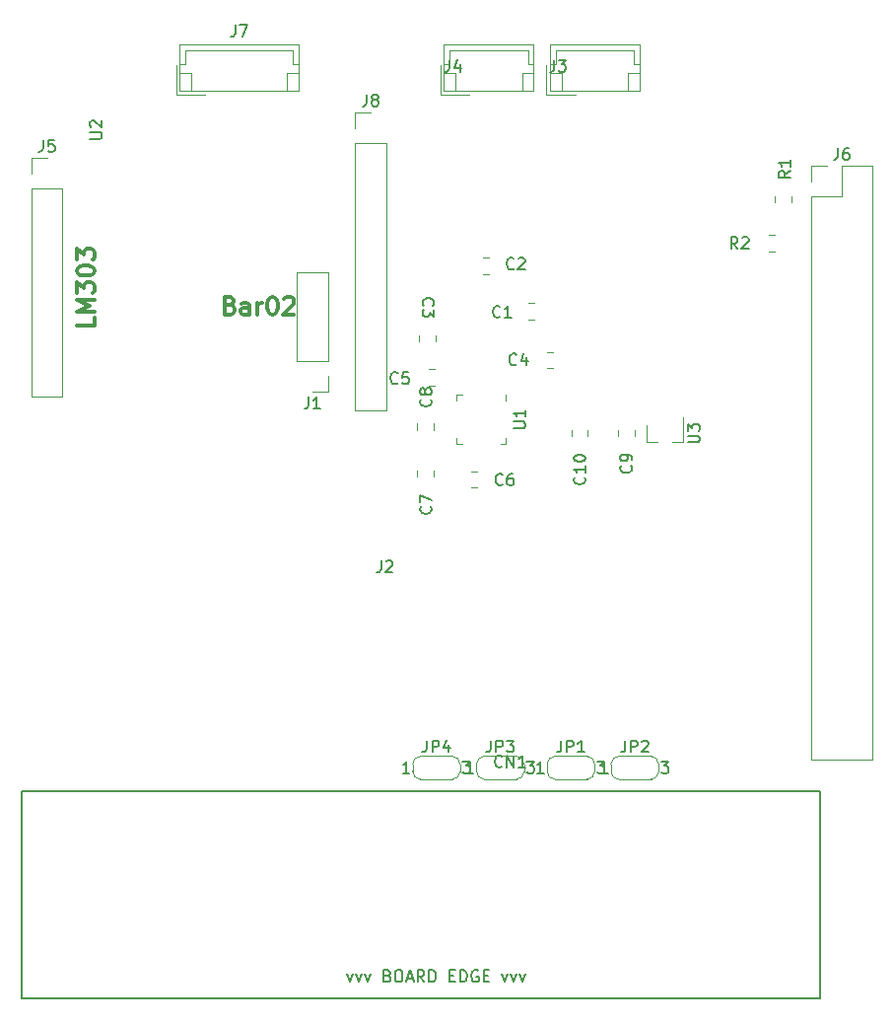
<source format=gbr>
G04 #@! TF.GenerationSoftware,KiCad,Pcbnew,(5.0.0)*
G04 #@! TF.CreationDate,2019-02-22T13:26:14-05:00*
G04 #@! TF.ProjectId,_saved_sensor_suite,5F73617665645F73656E736F725F7375,rev?*
G04 #@! TF.SameCoordinates,Original*
G04 #@! TF.FileFunction,Legend,Top*
G04 #@! TF.FilePolarity,Positive*
%FSLAX46Y46*%
G04 Gerber Fmt 4.6, Leading zero omitted, Abs format (unit mm)*
G04 Created by KiCad (PCBNEW (5.0.0)) date 02/22/19 13:26:14*
%MOMM*%
%LPD*%
G01*
G04 APERTURE LIST*
%ADD10C,0.300000*%
%ADD11C,0.120000*%
%ADD12C,0.150000*%
G04 APERTURE END LIST*
D10*
X133578571Y-95335714D02*
X133578571Y-96050000D01*
X132078571Y-96050000D01*
X133578571Y-94835714D02*
X132078571Y-94835714D01*
X133150000Y-94335714D01*
X132078571Y-93835714D01*
X133578571Y-93835714D01*
X132078571Y-93264285D02*
X132078571Y-92335714D01*
X132650000Y-92835714D01*
X132650000Y-92621428D01*
X132721428Y-92478571D01*
X132792857Y-92407142D01*
X132935714Y-92335714D01*
X133292857Y-92335714D01*
X133435714Y-92407142D01*
X133507142Y-92478571D01*
X133578571Y-92621428D01*
X133578571Y-93050000D01*
X133507142Y-93192857D01*
X133435714Y-93264285D01*
X132078571Y-91407142D02*
X132078571Y-91264285D01*
X132150000Y-91121428D01*
X132221428Y-91050000D01*
X132364285Y-90978571D01*
X132650000Y-90907142D01*
X133007142Y-90907142D01*
X133292857Y-90978571D01*
X133435714Y-91050000D01*
X133507142Y-91121428D01*
X133578571Y-91264285D01*
X133578571Y-91407142D01*
X133507142Y-91550000D01*
X133435714Y-91621428D01*
X133292857Y-91692857D01*
X133007142Y-91764285D01*
X132650000Y-91764285D01*
X132364285Y-91692857D01*
X132221428Y-91621428D01*
X132150000Y-91550000D01*
X132078571Y-91407142D01*
X132078571Y-90407142D02*
X132078571Y-89478571D01*
X132650000Y-89978571D01*
X132650000Y-89764285D01*
X132721428Y-89621428D01*
X132792857Y-89550000D01*
X132935714Y-89478571D01*
X133292857Y-89478571D01*
X133435714Y-89550000D01*
X133507142Y-89621428D01*
X133578571Y-89764285D01*
X133578571Y-90192857D01*
X133507142Y-90335714D01*
X133435714Y-90407142D01*
X145235714Y-94292857D02*
X145450000Y-94364285D01*
X145521428Y-94435714D01*
X145592857Y-94578571D01*
X145592857Y-94792857D01*
X145521428Y-94935714D01*
X145450000Y-95007142D01*
X145307142Y-95078571D01*
X144735714Y-95078571D01*
X144735714Y-93578571D01*
X145235714Y-93578571D01*
X145378571Y-93650000D01*
X145450000Y-93721428D01*
X145521428Y-93864285D01*
X145521428Y-94007142D01*
X145450000Y-94150000D01*
X145378571Y-94221428D01*
X145235714Y-94292857D01*
X144735714Y-94292857D01*
X146878571Y-95078571D02*
X146878571Y-94292857D01*
X146807142Y-94150000D01*
X146664285Y-94078571D01*
X146378571Y-94078571D01*
X146235714Y-94150000D01*
X146878571Y-95007142D02*
X146735714Y-95078571D01*
X146378571Y-95078571D01*
X146235714Y-95007142D01*
X146164285Y-94864285D01*
X146164285Y-94721428D01*
X146235714Y-94578571D01*
X146378571Y-94507142D01*
X146735714Y-94507142D01*
X146878571Y-94435714D01*
X147592857Y-95078571D02*
X147592857Y-94078571D01*
X147592857Y-94364285D02*
X147664285Y-94221428D01*
X147735714Y-94150000D01*
X147878571Y-94078571D01*
X148021428Y-94078571D01*
X148807142Y-93578571D02*
X148950000Y-93578571D01*
X149092857Y-93650000D01*
X149164285Y-93721428D01*
X149235714Y-93864285D01*
X149307142Y-94150000D01*
X149307142Y-94507142D01*
X149235714Y-94792857D01*
X149164285Y-94935714D01*
X149092857Y-95007142D01*
X148950000Y-95078571D01*
X148807142Y-95078571D01*
X148664285Y-95007142D01*
X148592857Y-94935714D01*
X148521428Y-94792857D01*
X148450000Y-94507142D01*
X148450000Y-94150000D01*
X148521428Y-93864285D01*
X148592857Y-93721428D01*
X148664285Y-93650000D01*
X148807142Y-93578571D01*
X149878571Y-93721428D02*
X149950000Y-93650000D01*
X150092857Y-93578571D01*
X150450000Y-93578571D01*
X150592857Y-93650000D01*
X150664285Y-93721428D01*
X150735714Y-93864285D01*
X150735714Y-94007142D01*
X150664285Y-94221428D01*
X149807142Y-95078571D01*
X150735714Y-95078571D01*
D11*
G04 #@! TO.C,J7*
X140890000Y-71890000D02*
X140890000Y-75910000D01*
X140890000Y-75910000D02*
X151110000Y-75910000D01*
X151110000Y-75910000D02*
X151110000Y-71890000D01*
X151110000Y-71890000D02*
X140890000Y-71890000D01*
X140890000Y-73600000D02*
X141390000Y-73600000D01*
X141390000Y-73600000D02*
X141390000Y-72390000D01*
X141390000Y-72390000D02*
X150610000Y-72390000D01*
X150610000Y-72390000D02*
X150610000Y-73600000D01*
X150610000Y-73600000D02*
X151110000Y-73600000D01*
X140890000Y-74410000D02*
X141890000Y-74410000D01*
X141890000Y-74410000D02*
X141890000Y-75910000D01*
X151110000Y-74410000D02*
X150110000Y-74410000D01*
X150110000Y-74410000D02*
X150110000Y-75910000D01*
X140590000Y-73710000D02*
X140590000Y-76210000D01*
X140590000Y-76210000D02*
X143090000Y-76210000D01*
G04 #@! TO.C,J8*
X155970000Y-103290000D02*
X158630000Y-103290000D01*
X155970000Y-80370000D02*
X155970000Y-103290000D01*
X158630000Y-80370000D02*
X158630000Y-103290000D01*
X155970000Y-80370000D02*
X158630000Y-80370000D01*
X155970000Y-79100000D02*
X155970000Y-77770000D01*
X155970000Y-77770000D02*
X157300000Y-77770000D01*
G04 #@! TO.C,J6*
X195170000Y-133290000D02*
X200370000Y-133290000D01*
X195170000Y-84970000D02*
X195170000Y-133290000D01*
X200370000Y-82370000D02*
X200370000Y-133290000D01*
X195170000Y-84970000D02*
X197770000Y-84970000D01*
X197770000Y-84970000D02*
X197770000Y-82370000D01*
X197770000Y-82370000D02*
X200370000Y-82370000D01*
X195170000Y-83700000D02*
X195170000Y-82370000D01*
X195170000Y-82370000D02*
X196500000Y-82370000D01*
G04 #@! TO.C,U1*
X168910000Y-105735000D02*
X168910000Y-106210000D01*
X168910000Y-106210000D02*
X168435000Y-106210000D01*
X164690000Y-102465000D02*
X164690000Y-101990000D01*
X164690000Y-101990000D02*
X165165000Y-101990000D01*
X164690000Y-105735000D02*
X164690000Y-106210000D01*
X164690000Y-106210000D02*
X165165000Y-106210000D01*
X168910000Y-102465000D02*
X168910000Y-101990000D01*
G04 #@! TO.C,U3*
X181020000Y-106060000D02*
X181950000Y-106060000D01*
X184180000Y-106060000D02*
X183250000Y-106060000D01*
X184180000Y-106060000D02*
X184180000Y-103900000D01*
X181020000Y-106060000D02*
X181020000Y-104600000D01*
G04 #@! TO.C,C9*
X179960000Y-105536252D02*
X179960000Y-105013748D01*
X178540000Y-105536252D02*
X178540000Y-105013748D01*
G04 #@! TO.C,JP1*
X172450000Y-133700000D02*
G75*
G02X173150000Y-133000000I700000J0D01*
G01*
X173150000Y-135000000D02*
G75*
G02X172450000Y-134300000I0J700000D01*
G01*
X176550000Y-134300000D02*
G75*
G02X175850000Y-135000000I-700000J0D01*
G01*
X175850000Y-133000000D02*
G75*
G02X176550000Y-133700000I0J-700000D01*
G01*
X173100000Y-133000000D02*
X175900000Y-133000000D01*
X176550000Y-133700000D02*
X176550000Y-134300000D01*
X175900000Y-135000000D02*
X173100000Y-135000000D01*
X172450000Y-134300000D02*
X172450000Y-133700000D01*
G04 #@! TO.C,JP2*
X177950000Y-133700000D02*
G75*
G02X178650000Y-133000000I700000J0D01*
G01*
X178650000Y-135000000D02*
G75*
G02X177950000Y-134300000I0J700000D01*
G01*
X182050000Y-134300000D02*
G75*
G02X181350000Y-135000000I-700000J0D01*
G01*
X181350000Y-133000000D02*
G75*
G02X182050000Y-133700000I0J-700000D01*
G01*
X178600000Y-133000000D02*
X181400000Y-133000000D01*
X182050000Y-133700000D02*
X182050000Y-134300000D01*
X181400000Y-135000000D02*
X178600000Y-135000000D01*
X177950000Y-134300000D02*
X177950000Y-133700000D01*
G04 #@! TO.C,JP3*
X166400000Y-133700000D02*
G75*
G02X167100000Y-133000000I700000J0D01*
G01*
X167100000Y-135000000D02*
G75*
G02X166400000Y-134300000I0J700000D01*
G01*
X170500000Y-134300000D02*
G75*
G02X169800000Y-135000000I-700000J0D01*
G01*
X169800000Y-133000000D02*
G75*
G02X170500000Y-133700000I0J-700000D01*
G01*
X167050000Y-133000000D02*
X169850000Y-133000000D01*
X170500000Y-133700000D02*
X170500000Y-134300000D01*
X169850000Y-135000000D02*
X167050000Y-135000000D01*
X166400000Y-134300000D02*
X166400000Y-133700000D01*
G04 #@! TO.C,JP4*
X160900000Y-133700000D02*
G75*
G02X161600000Y-133000000I700000J0D01*
G01*
X161600000Y-135000000D02*
G75*
G02X160900000Y-134300000I0J700000D01*
G01*
X165000000Y-134300000D02*
G75*
G02X164300000Y-135000000I-700000J0D01*
G01*
X164300000Y-133000000D02*
G75*
G02X165000000Y-133700000I0J-700000D01*
G01*
X161550000Y-133000000D02*
X164350000Y-133000000D01*
X165000000Y-133700000D02*
X165000000Y-134300000D01*
X164350000Y-135000000D02*
X161550000Y-135000000D01*
X160900000Y-134300000D02*
X160900000Y-133700000D01*
G04 #@! TO.C,R1*
X192040000Y-84963748D02*
X192040000Y-85486252D01*
X193460000Y-84963748D02*
X193460000Y-85486252D01*
G04 #@! TO.C,R2*
X192011252Y-88290000D02*
X191488748Y-88290000D01*
X192011252Y-89710000D02*
X191488748Y-89710000D01*
G04 #@! TO.C,C7*
X161290000Y-108513748D02*
X161290000Y-109036252D01*
X162710000Y-108513748D02*
X162710000Y-109036252D01*
G04 #@! TO.C,C8*
X161290000Y-104463748D02*
X161290000Y-104986252D01*
X162710000Y-104463748D02*
X162710000Y-104986252D01*
G04 #@! TO.C,C10*
X174540000Y-105013748D02*
X174540000Y-105536252D01*
X175960000Y-105013748D02*
X175960000Y-105536252D01*
G04 #@! TO.C,C6*
X165963748Y-109960000D02*
X166486252Y-109960000D01*
X165963748Y-108540000D02*
X166486252Y-108540000D01*
G04 #@! TO.C,J5*
X128170000Y-81670000D02*
X129500000Y-81670000D01*
X128170000Y-83000000D02*
X128170000Y-81670000D01*
X128170000Y-84270000D02*
X130830000Y-84270000D01*
X130830000Y-84270000D02*
X130830000Y-102110000D01*
X128170000Y-84270000D02*
X128170000Y-102110000D01*
X128170000Y-102110000D02*
X130830000Y-102110000D01*
G04 #@! TO.C,C2*
X167436252Y-90190000D02*
X166913748Y-90190000D01*
X167436252Y-91610000D02*
X166913748Y-91610000D01*
G04 #@! TO.C,C3*
X162910000Y-97386252D02*
X162910000Y-96863748D01*
X161490000Y-97386252D02*
X161490000Y-96863748D01*
G04 #@! TO.C,C4*
X172986252Y-98290000D02*
X172463748Y-98290000D01*
X172986252Y-99710000D02*
X172463748Y-99710000D01*
G04 #@! TO.C,C5*
X162263748Y-101210000D02*
X162786252Y-101210000D01*
X162263748Y-99790000D02*
X162786252Y-99790000D01*
G04 #@! TO.C,C1*
X170863748Y-95510000D02*
X171386252Y-95510000D01*
X170863748Y-94090000D02*
X171386252Y-94090000D01*
G04 #@! TO.C,J4*
X163290000Y-76210000D02*
X165790000Y-76210000D01*
X163290000Y-73710000D02*
X163290000Y-76210000D01*
X170310000Y-74410000D02*
X170310000Y-75910000D01*
X171310000Y-74410000D02*
X170310000Y-74410000D01*
X164590000Y-74410000D02*
X164590000Y-75910000D01*
X163590000Y-74410000D02*
X164590000Y-74410000D01*
X170810000Y-73600000D02*
X171310000Y-73600000D01*
X170810000Y-72390000D02*
X170810000Y-73600000D01*
X164090000Y-72390000D02*
X170810000Y-72390000D01*
X164090000Y-73600000D02*
X164090000Y-72390000D01*
X163590000Y-73600000D02*
X164090000Y-73600000D01*
X171310000Y-71890000D02*
X163590000Y-71890000D01*
X171310000Y-75910000D02*
X171310000Y-71890000D01*
X163590000Y-75910000D02*
X171310000Y-75910000D01*
X163590000Y-71890000D02*
X163590000Y-75910000D01*
G04 #@! TO.C,J3*
X172390000Y-76210000D02*
X174890000Y-76210000D01*
X172390000Y-73710000D02*
X172390000Y-76210000D01*
X179410000Y-74410000D02*
X179410000Y-75910000D01*
X180410000Y-74410000D02*
X179410000Y-74410000D01*
X173690000Y-74410000D02*
X173690000Y-75910000D01*
X172690000Y-74410000D02*
X173690000Y-74410000D01*
X179910000Y-73600000D02*
X180410000Y-73600000D01*
X179910000Y-72390000D02*
X179910000Y-73600000D01*
X173190000Y-72390000D02*
X179910000Y-72390000D01*
X173190000Y-73600000D02*
X173190000Y-72390000D01*
X172690000Y-73600000D02*
X173190000Y-73600000D01*
X180410000Y-71890000D02*
X172690000Y-71890000D01*
X180410000Y-75910000D02*
X180410000Y-71890000D01*
X172690000Y-75910000D02*
X180410000Y-75910000D01*
X172690000Y-71890000D02*
X172690000Y-75910000D01*
G04 #@! TO.C,J1*
X153630000Y-101730000D02*
X152300000Y-101730000D01*
X153630000Y-100400000D02*
X153630000Y-101730000D01*
X153630000Y-99130000D02*
X150970000Y-99130000D01*
X150970000Y-99130000D02*
X150970000Y-91450000D01*
X153630000Y-99130000D02*
X153630000Y-91450000D01*
X153630000Y-91450000D02*
X150970000Y-91450000D01*
D12*
G04 #@! TO.C,CN1*
X195950000Y-136040000D02*
X127370000Y-136040000D01*
X195950000Y-153820000D02*
X195950000Y-136040000D01*
X127370000Y-153820000D02*
X195950000Y-153820000D01*
X127370000Y-136040000D02*
X127370000Y-153820000D01*
G04 #@! TO.C,J7*
X145666666Y-70252380D02*
X145666666Y-70966666D01*
X145619047Y-71109523D01*
X145523809Y-71204761D01*
X145380952Y-71252380D01*
X145285714Y-71252380D01*
X146047619Y-70252380D02*
X146714285Y-70252380D01*
X146285714Y-71252380D01*
G04 #@! TO.C,U2*
X133202380Y-80011904D02*
X134011904Y-80011904D01*
X134107142Y-79964285D01*
X134154761Y-79916666D01*
X134202380Y-79821428D01*
X134202380Y-79630952D01*
X134154761Y-79535714D01*
X134107142Y-79488095D01*
X134011904Y-79440476D01*
X133202380Y-79440476D01*
X133297619Y-79011904D02*
X133250000Y-78964285D01*
X133202380Y-78869047D01*
X133202380Y-78630952D01*
X133250000Y-78535714D01*
X133297619Y-78488095D01*
X133392857Y-78440476D01*
X133488095Y-78440476D01*
X133630952Y-78488095D01*
X134202380Y-79059523D01*
X134202380Y-78440476D01*
G04 #@! TO.C,J8*
X156966666Y-76222380D02*
X156966666Y-76936666D01*
X156919047Y-77079523D01*
X156823809Y-77174761D01*
X156680952Y-77222380D01*
X156585714Y-77222380D01*
X157585714Y-76650952D02*
X157490476Y-76603333D01*
X157442857Y-76555714D01*
X157395238Y-76460476D01*
X157395238Y-76412857D01*
X157442857Y-76317619D01*
X157490476Y-76270000D01*
X157585714Y-76222380D01*
X157776190Y-76222380D01*
X157871428Y-76270000D01*
X157919047Y-76317619D01*
X157966666Y-76412857D01*
X157966666Y-76460476D01*
X157919047Y-76555714D01*
X157871428Y-76603333D01*
X157776190Y-76650952D01*
X157585714Y-76650952D01*
X157490476Y-76698571D01*
X157442857Y-76746190D01*
X157395238Y-76841428D01*
X157395238Y-77031904D01*
X157442857Y-77127142D01*
X157490476Y-77174761D01*
X157585714Y-77222380D01*
X157776190Y-77222380D01*
X157871428Y-77174761D01*
X157919047Y-77127142D01*
X157966666Y-77031904D01*
X157966666Y-76841428D01*
X157919047Y-76746190D01*
X157871428Y-76698571D01*
X157776190Y-76650952D01*
G04 #@! TO.C,J6*
X197436666Y-80822380D02*
X197436666Y-81536666D01*
X197389047Y-81679523D01*
X197293809Y-81774761D01*
X197150952Y-81822380D01*
X197055714Y-81822380D01*
X198341428Y-80822380D02*
X198150952Y-80822380D01*
X198055714Y-80870000D01*
X198008095Y-80917619D01*
X197912857Y-81060476D01*
X197865238Y-81250952D01*
X197865238Y-81631904D01*
X197912857Y-81727142D01*
X197960476Y-81774761D01*
X198055714Y-81822380D01*
X198246190Y-81822380D01*
X198341428Y-81774761D01*
X198389047Y-81727142D01*
X198436666Y-81631904D01*
X198436666Y-81393809D01*
X198389047Y-81298571D01*
X198341428Y-81250952D01*
X198246190Y-81203333D01*
X198055714Y-81203333D01*
X197960476Y-81250952D01*
X197912857Y-81298571D01*
X197865238Y-81393809D01*
G04 #@! TO.C,U1*
X169572380Y-104861904D02*
X170381904Y-104861904D01*
X170477142Y-104814285D01*
X170524761Y-104766666D01*
X170572380Y-104671428D01*
X170572380Y-104480952D01*
X170524761Y-104385714D01*
X170477142Y-104338095D01*
X170381904Y-104290476D01*
X169572380Y-104290476D01*
X170572380Y-103290476D02*
X170572380Y-103861904D01*
X170572380Y-103576190D02*
X169572380Y-103576190D01*
X169715238Y-103671428D01*
X169810476Y-103766666D01*
X169858095Y-103861904D01*
G04 #@! TO.C,U3*
X184552380Y-106061904D02*
X185361904Y-106061904D01*
X185457142Y-106014285D01*
X185504761Y-105966666D01*
X185552380Y-105871428D01*
X185552380Y-105680952D01*
X185504761Y-105585714D01*
X185457142Y-105538095D01*
X185361904Y-105490476D01*
X184552380Y-105490476D01*
X184552380Y-105109523D02*
X184552380Y-104490476D01*
X184933333Y-104823809D01*
X184933333Y-104680952D01*
X184980952Y-104585714D01*
X185028571Y-104538095D01*
X185123809Y-104490476D01*
X185361904Y-104490476D01*
X185457142Y-104538095D01*
X185504761Y-104585714D01*
X185552380Y-104680952D01*
X185552380Y-104966666D01*
X185504761Y-105061904D01*
X185457142Y-105109523D01*
G04 #@! TO.C,J2*
X158196666Y-116222380D02*
X158196666Y-116936666D01*
X158149047Y-117079523D01*
X158053809Y-117174761D01*
X157910952Y-117222380D01*
X157815714Y-117222380D01*
X158625238Y-116317619D02*
X158672857Y-116270000D01*
X158768095Y-116222380D01*
X159006190Y-116222380D01*
X159101428Y-116270000D01*
X159149047Y-116317619D01*
X159196666Y-116412857D01*
X159196666Y-116508095D01*
X159149047Y-116650952D01*
X158577619Y-117222380D01*
X159196666Y-117222380D01*
G04 #@! TO.C,C9*
X179657142Y-108066666D02*
X179704761Y-108114285D01*
X179752380Y-108257142D01*
X179752380Y-108352380D01*
X179704761Y-108495238D01*
X179609523Y-108590476D01*
X179514285Y-108638095D01*
X179323809Y-108685714D01*
X179180952Y-108685714D01*
X178990476Y-108638095D01*
X178895238Y-108590476D01*
X178800000Y-108495238D01*
X178752380Y-108352380D01*
X178752380Y-108257142D01*
X178800000Y-108114285D01*
X178847619Y-108066666D01*
X179752380Y-107590476D02*
X179752380Y-107400000D01*
X179704761Y-107304761D01*
X179657142Y-107257142D01*
X179514285Y-107161904D01*
X179323809Y-107114285D01*
X178942857Y-107114285D01*
X178847619Y-107161904D01*
X178800000Y-107209523D01*
X178752380Y-107304761D01*
X178752380Y-107495238D01*
X178800000Y-107590476D01*
X178847619Y-107638095D01*
X178942857Y-107685714D01*
X179180952Y-107685714D01*
X179276190Y-107638095D01*
X179323809Y-107590476D01*
X179371428Y-107495238D01*
X179371428Y-107304761D01*
X179323809Y-107209523D01*
X179276190Y-107161904D01*
X179180952Y-107114285D01*
G04 #@! TO.C,JP1*
X173666666Y-131652380D02*
X173666666Y-132366666D01*
X173619047Y-132509523D01*
X173523809Y-132604761D01*
X173380952Y-132652380D01*
X173285714Y-132652380D01*
X174142857Y-132652380D02*
X174142857Y-131652380D01*
X174523809Y-131652380D01*
X174619047Y-131700000D01*
X174666666Y-131747619D01*
X174714285Y-131842857D01*
X174714285Y-131985714D01*
X174666666Y-132080952D01*
X174619047Y-132128571D01*
X174523809Y-132176190D01*
X174142857Y-132176190D01*
X175666666Y-132652380D02*
X175095238Y-132652380D01*
X175380952Y-132652380D02*
X175380952Y-131652380D01*
X175285714Y-131795238D01*
X175190476Y-131890476D01*
X175095238Y-131938095D01*
X172185714Y-134452380D02*
X171614285Y-134452380D01*
X171900000Y-134452380D02*
X171900000Y-133452380D01*
X171804761Y-133595238D01*
X171709523Y-133690476D01*
X171614285Y-133738095D01*
X176766666Y-133452380D02*
X177385714Y-133452380D01*
X177052380Y-133833333D01*
X177195238Y-133833333D01*
X177290476Y-133880952D01*
X177338095Y-133928571D01*
X177385714Y-134023809D01*
X177385714Y-134261904D01*
X177338095Y-134357142D01*
X177290476Y-134404761D01*
X177195238Y-134452380D01*
X176909523Y-134452380D01*
X176814285Y-134404761D01*
X176766666Y-134357142D01*
G04 #@! TO.C,JP2*
X179166666Y-131652380D02*
X179166666Y-132366666D01*
X179119047Y-132509523D01*
X179023809Y-132604761D01*
X178880952Y-132652380D01*
X178785714Y-132652380D01*
X179642857Y-132652380D02*
X179642857Y-131652380D01*
X180023809Y-131652380D01*
X180119047Y-131700000D01*
X180166666Y-131747619D01*
X180214285Y-131842857D01*
X180214285Y-131985714D01*
X180166666Y-132080952D01*
X180119047Y-132128571D01*
X180023809Y-132176190D01*
X179642857Y-132176190D01*
X180595238Y-131747619D02*
X180642857Y-131700000D01*
X180738095Y-131652380D01*
X180976190Y-131652380D01*
X181071428Y-131700000D01*
X181119047Y-131747619D01*
X181166666Y-131842857D01*
X181166666Y-131938095D01*
X181119047Y-132080952D01*
X180547619Y-132652380D01*
X181166666Y-132652380D01*
X177685714Y-134452380D02*
X177114285Y-134452380D01*
X177400000Y-134452380D02*
X177400000Y-133452380D01*
X177304761Y-133595238D01*
X177209523Y-133690476D01*
X177114285Y-133738095D01*
X182266666Y-133452380D02*
X182885714Y-133452380D01*
X182552380Y-133833333D01*
X182695238Y-133833333D01*
X182790476Y-133880952D01*
X182838095Y-133928571D01*
X182885714Y-134023809D01*
X182885714Y-134261904D01*
X182838095Y-134357142D01*
X182790476Y-134404761D01*
X182695238Y-134452380D01*
X182409523Y-134452380D01*
X182314285Y-134404761D01*
X182266666Y-134357142D01*
G04 #@! TO.C,JP3*
X167616666Y-131652380D02*
X167616666Y-132366666D01*
X167569047Y-132509523D01*
X167473809Y-132604761D01*
X167330952Y-132652380D01*
X167235714Y-132652380D01*
X168092857Y-132652380D02*
X168092857Y-131652380D01*
X168473809Y-131652380D01*
X168569047Y-131700000D01*
X168616666Y-131747619D01*
X168664285Y-131842857D01*
X168664285Y-131985714D01*
X168616666Y-132080952D01*
X168569047Y-132128571D01*
X168473809Y-132176190D01*
X168092857Y-132176190D01*
X168997619Y-131652380D02*
X169616666Y-131652380D01*
X169283333Y-132033333D01*
X169426190Y-132033333D01*
X169521428Y-132080952D01*
X169569047Y-132128571D01*
X169616666Y-132223809D01*
X169616666Y-132461904D01*
X169569047Y-132557142D01*
X169521428Y-132604761D01*
X169426190Y-132652380D01*
X169140476Y-132652380D01*
X169045238Y-132604761D01*
X168997619Y-132557142D01*
X166135714Y-134452380D02*
X165564285Y-134452380D01*
X165850000Y-134452380D02*
X165850000Y-133452380D01*
X165754761Y-133595238D01*
X165659523Y-133690476D01*
X165564285Y-133738095D01*
X170716666Y-133452380D02*
X171335714Y-133452380D01*
X171002380Y-133833333D01*
X171145238Y-133833333D01*
X171240476Y-133880952D01*
X171288095Y-133928571D01*
X171335714Y-134023809D01*
X171335714Y-134261904D01*
X171288095Y-134357142D01*
X171240476Y-134404761D01*
X171145238Y-134452380D01*
X170859523Y-134452380D01*
X170764285Y-134404761D01*
X170716666Y-134357142D01*
G04 #@! TO.C,JP4*
X162116666Y-131652380D02*
X162116666Y-132366666D01*
X162069047Y-132509523D01*
X161973809Y-132604761D01*
X161830952Y-132652380D01*
X161735714Y-132652380D01*
X162592857Y-132652380D02*
X162592857Y-131652380D01*
X162973809Y-131652380D01*
X163069047Y-131700000D01*
X163116666Y-131747619D01*
X163164285Y-131842857D01*
X163164285Y-131985714D01*
X163116666Y-132080952D01*
X163069047Y-132128571D01*
X162973809Y-132176190D01*
X162592857Y-132176190D01*
X164021428Y-131985714D02*
X164021428Y-132652380D01*
X163783333Y-131604761D02*
X163545238Y-132319047D01*
X164164285Y-132319047D01*
X160635714Y-134452380D02*
X160064285Y-134452380D01*
X160350000Y-134452380D02*
X160350000Y-133452380D01*
X160254761Y-133595238D01*
X160159523Y-133690476D01*
X160064285Y-133738095D01*
X165216666Y-133452380D02*
X165835714Y-133452380D01*
X165502380Y-133833333D01*
X165645238Y-133833333D01*
X165740476Y-133880952D01*
X165788095Y-133928571D01*
X165835714Y-134023809D01*
X165835714Y-134261904D01*
X165788095Y-134357142D01*
X165740476Y-134404761D01*
X165645238Y-134452380D01*
X165359523Y-134452380D01*
X165264285Y-134404761D01*
X165216666Y-134357142D01*
G04 #@! TO.C,R1*
X193352380Y-82766666D02*
X192876190Y-83100000D01*
X193352380Y-83338095D02*
X192352380Y-83338095D01*
X192352380Y-82957142D01*
X192400000Y-82861904D01*
X192447619Y-82814285D01*
X192542857Y-82766666D01*
X192685714Y-82766666D01*
X192780952Y-82814285D01*
X192828571Y-82861904D01*
X192876190Y-82957142D01*
X192876190Y-83338095D01*
X193352380Y-81814285D02*
X193352380Y-82385714D01*
X193352380Y-82100000D02*
X192352380Y-82100000D01*
X192495238Y-82195238D01*
X192590476Y-82290476D01*
X192638095Y-82385714D01*
G04 #@! TO.C,R2*
X188833333Y-89452380D02*
X188500000Y-88976190D01*
X188261904Y-89452380D02*
X188261904Y-88452380D01*
X188642857Y-88452380D01*
X188738095Y-88500000D01*
X188785714Y-88547619D01*
X188833333Y-88642857D01*
X188833333Y-88785714D01*
X188785714Y-88880952D01*
X188738095Y-88928571D01*
X188642857Y-88976190D01*
X188261904Y-88976190D01*
X189214285Y-88547619D02*
X189261904Y-88500000D01*
X189357142Y-88452380D01*
X189595238Y-88452380D01*
X189690476Y-88500000D01*
X189738095Y-88547619D01*
X189785714Y-88642857D01*
X189785714Y-88738095D01*
X189738095Y-88880952D01*
X189166666Y-89452380D01*
X189785714Y-89452380D01*
G04 #@! TO.C,C7*
X162457142Y-111566666D02*
X162504761Y-111614285D01*
X162552380Y-111757142D01*
X162552380Y-111852380D01*
X162504761Y-111995238D01*
X162409523Y-112090476D01*
X162314285Y-112138095D01*
X162123809Y-112185714D01*
X161980952Y-112185714D01*
X161790476Y-112138095D01*
X161695238Y-112090476D01*
X161600000Y-111995238D01*
X161552380Y-111852380D01*
X161552380Y-111757142D01*
X161600000Y-111614285D01*
X161647619Y-111566666D01*
X161552380Y-111233333D02*
X161552380Y-110566666D01*
X162552380Y-110995238D01*
G04 #@! TO.C,C8*
X162457142Y-102366666D02*
X162504761Y-102414285D01*
X162552380Y-102557142D01*
X162552380Y-102652380D01*
X162504761Y-102795238D01*
X162409523Y-102890476D01*
X162314285Y-102938095D01*
X162123809Y-102985714D01*
X161980952Y-102985714D01*
X161790476Y-102938095D01*
X161695238Y-102890476D01*
X161600000Y-102795238D01*
X161552380Y-102652380D01*
X161552380Y-102557142D01*
X161600000Y-102414285D01*
X161647619Y-102366666D01*
X161980952Y-101795238D02*
X161933333Y-101890476D01*
X161885714Y-101938095D01*
X161790476Y-101985714D01*
X161742857Y-101985714D01*
X161647619Y-101938095D01*
X161600000Y-101890476D01*
X161552380Y-101795238D01*
X161552380Y-101604761D01*
X161600000Y-101509523D01*
X161647619Y-101461904D01*
X161742857Y-101414285D01*
X161790476Y-101414285D01*
X161885714Y-101461904D01*
X161933333Y-101509523D01*
X161980952Y-101604761D01*
X161980952Y-101795238D01*
X162028571Y-101890476D01*
X162076190Y-101938095D01*
X162171428Y-101985714D01*
X162361904Y-101985714D01*
X162457142Y-101938095D01*
X162504761Y-101890476D01*
X162552380Y-101795238D01*
X162552380Y-101604761D01*
X162504761Y-101509523D01*
X162457142Y-101461904D01*
X162361904Y-101414285D01*
X162171428Y-101414285D01*
X162076190Y-101461904D01*
X162028571Y-101509523D01*
X161980952Y-101604761D01*
G04 #@! TO.C,C10*
X175657142Y-109042857D02*
X175704761Y-109090476D01*
X175752380Y-109233333D01*
X175752380Y-109328571D01*
X175704761Y-109471428D01*
X175609523Y-109566666D01*
X175514285Y-109614285D01*
X175323809Y-109661904D01*
X175180952Y-109661904D01*
X174990476Y-109614285D01*
X174895238Y-109566666D01*
X174800000Y-109471428D01*
X174752380Y-109328571D01*
X174752380Y-109233333D01*
X174800000Y-109090476D01*
X174847619Y-109042857D01*
X175752380Y-108090476D02*
X175752380Y-108661904D01*
X175752380Y-108376190D02*
X174752380Y-108376190D01*
X174895238Y-108471428D01*
X174990476Y-108566666D01*
X175038095Y-108661904D01*
X174752380Y-107471428D02*
X174752380Y-107376190D01*
X174800000Y-107280952D01*
X174847619Y-107233333D01*
X174942857Y-107185714D01*
X175133333Y-107138095D01*
X175371428Y-107138095D01*
X175561904Y-107185714D01*
X175657142Y-107233333D01*
X175704761Y-107280952D01*
X175752380Y-107376190D01*
X175752380Y-107471428D01*
X175704761Y-107566666D01*
X175657142Y-107614285D01*
X175561904Y-107661904D01*
X175371428Y-107709523D01*
X175133333Y-107709523D01*
X174942857Y-107661904D01*
X174847619Y-107614285D01*
X174800000Y-107566666D01*
X174752380Y-107471428D01*
G04 #@! TO.C,C6*
X168633333Y-109657142D02*
X168585714Y-109704761D01*
X168442857Y-109752380D01*
X168347619Y-109752380D01*
X168204761Y-109704761D01*
X168109523Y-109609523D01*
X168061904Y-109514285D01*
X168014285Y-109323809D01*
X168014285Y-109180952D01*
X168061904Y-108990476D01*
X168109523Y-108895238D01*
X168204761Y-108800000D01*
X168347619Y-108752380D01*
X168442857Y-108752380D01*
X168585714Y-108800000D01*
X168633333Y-108847619D01*
X169490476Y-108752380D02*
X169300000Y-108752380D01*
X169204761Y-108800000D01*
X169157142Y-108847619D01*
X169061904Y-108990476D01*
X169014285Y-109180952D01*
X169014285Y-109561904D01*
X169061904Y-109657142D01*
X169109523Y-109704761D01*
X169204761Y-109752380D01*
X169395238Y-109752380D01*
X169490476Y-109704761D01*
X169538095Y-109657142D01*
X169585714Y-109561904D01*
X169585714Y-109323809D01*
X169538095Y-109228571D01*
X169490476Y-109180952D01*
X169395238Y-109133333D01*
X169204761Y-109133333D01*
X169109523Y-109180952D01*
X169061904Y-109228571D01*
X169014285Y-109323809D01*
G04 #@! TO.C,J5*
X129166666Y-80122380D02*
X129166666Y-80836666D01*
X129119047Y-80979523D01*
X129023809Y-81074761D01*
X128880952Y-81122380D01*
X128785714Y-81122380D01*
X130119047Y-80122380D02*
X129642857Y-80122380D01*
X129595238Y-80598571D01*
X129642857Y-80550952D01*
X129738095Y-80503333D01*
X129976190Y-80503333D01*
X130071428Y-80550952D01*
X130119047Y-80598571D01*
X130166666Y-80693809D01*
X130166666Y-80931904D01*
X130119047Y-81027142D01*
X130071428Y-81074761D01*
X129976190Y-81122380D01*
X129738095Y-81122380D01*
X129642857Y-81074761D01*
X129595238Y-81027142D01*
G04 #@! TO.C,C2*
X169608333Y-91132142D02*
X169560714Y-91179761D01*
X169417857Y-91227380D01*
X169322619Y-91227380D01*
X169179761Y-91179761D01*
X169084523Y-91084523D01*
X169036904Y-90989285D01*
X168989285Y-90798809D01*
X168989285Y-90655952D01*
X169036904Y-90465476D01*
X169084523Y-90370238D01*
X169179761Y-90275000D01*
X169322619Y-90227380D01*
X169417857Y-90227380D01*
X169560714Y-90275000D01*
X169608333Y-90322619D01*
X169989285Y-90322619D02*
X170036904Y-90275000D01*
X170132142Y-90227380D01*
X170370238Y-90227380D01*
X170465476Y-90275000D01*
X170513095Y-90322619D01*
X170560714Y-90417857D01*
X170560714Y-90513095D01*
X170513095Y-90655952D01*
X169941666Y-91227380D01*
X170560714Y-91227380D01*
G04 #@! TO.C,C3*
X161842857Y-94333333D02*
X161795238Y-94285714D01*
X161747619Y-94142857D01*
X161747619Y-94047619D01*
X161795238Y-93904761D01*
X161890476Y-93809523D01*
X161985714Y-93761904D01*
X162176190Y-93714285D01*
X162319047Y-93714285D01*
X162509523Y-93761904D01*
X162604761Y-93809523D01*
X162700000Y-93904761D01*
X162747619Y-94047619D01*
X162747619Y-94142857D01*
X162700000Y-94285714D01*
X162652380Y-94333333D01*
X162747619Y-94666666D02*
X162747619Y-95285714D01*
X162366666Y-94952380D01*
X162366666Y-95095238D01*
X162319047Y-95190476D01*
X162271428Y-95238095D01*
X162176190Y-95285714D01*
X161938095Y-95285714D01*
X161842857Y-95238095D01*
X161795238Y-95190476D01*
X161747619Y-95095238D01*
X161747619Y-94809523D01*
X161795238Y-94714285D01*
X161842857Y-94666666D01*
G04 #@! TO.C,C4*
X169833333Y-99357142D02*
X169785714Y-99404761D01*
X169642857Y-99452380D01*
X169547619Y-99452380D01*
X169404761Y-99404761D01*
X169309523Y-99309523D01*
X169261904Y-99214285D01*
X169214285Y-99023809D01*
X169214285Y-98880952D01*
X169261904Y-98690476D01*
X169309523Y-98595238D01*
X169404761Y-98500000D01*
X169547619Y-98452380D01*
X169642857Y-98452380D01*
X169785714Y-98500000D01*
X169833333Y-98547619D01*
X170690476Y-98785714D02*
X170690476Y-99452380D01*
X170452380Y-98404761D02*
X170214285Y-99119047D01*
X170833333Y-99119047D01*
G04 #@! TO.C,C5*
X159633333Y-100957142D02*
X159585714Y-101004761D01*
X159442857Y-101052380D01*
X159347619Y-101052380D01*
X159204761Y-101004761D01*
X159109523Y-100909523D01*
X159061904Y-100814285D01*
X159014285Y-100623809D01*
X159014285Y-100480952D01*
X159061904Y-100290476D01*
X159109523Y-100195238D01*
X159204761Y-100100000D01*
X159347619Y-100052380D01*
X159442857Y-100052380D01*
X159585714Y-100100000D01*
X159633333Y-100147619D01*
X160538095Y-100052380D02*
X160061904Y-100052380D01*
X160014285Y-100528571D01*
X160061904Y-100480952D01*
X160157142Y-100433333D01*
X160395238Y-100433333D01*
X160490476Y-100480952D01*
X160538095Y-100528571D01*
X160585714Y-100623809D01*
X160585714Y-100861904D01*
X160538095Y-100957142D01*
X160490476Y-101004761D01*
X160395238Y-101052380D01*
X160157142Y-101052380D01*
X160061904Y-101004761D01*
X160014285Y-100957142D01*
G04 #@! TO.C,C1*
X168433333Y-95257142D02*
X168385714Y-95304761D01*
X168242857Y-95352380D01*
X168147619Y-95352380D01*
X168004761Y-95304761D01*
X167909523Y-95209523D01*
X167861904Y-95114285D01*
X167814285Y-94923809D01*
X167814285Y-94780952D01*
X167861904Y-94590476D01*
X167909523Y-94495238D01*
X168004761Y-94400000D01*
X168147619Y-94352380D01*
X168242857Y-94352380D01*
X168385714Y-94400000D01*
X168433333Y-94447619D01*
X169385714Y-95352380D02*
X168814285Y-95352380D01*
X169100000Y-95352380D02*
X169100000Y-94352380D01*
X169004761Y-94495238D01*
X168909523Y-94590476D01*
X168814285Y-94638095D01*
G04 #@! TO.C,J4*
X164066666Y-73252380D02*
X164066666Y-73966666D01*
X164019047Y-74109523D01*
X163923809Y-74204761D01*
X163780952Y-74252380D01*
X163685714Y-74252380D01*
X164971428Y-73585714D02*
X164971428Y-74252380D01*
X164733333Y-73204761D02*
X164495238Y-73919047D01*
X165114285Y-73919047D01*
G04 #@! TO.C,J3*
X173066666Y-73252380D02*
X173066666Y-73966666D01*
X173019047Y-74109523D01*
X172923809Y-74204761D01*
X172780952Y-74252380D01*
X172685714Y-74252380D01*
X173447619Y-73252380D02*
X174066666Y-73252380D01*
X173733333Y-73633333D01*
X173876190Y-73633333D01*
X173971428Y-73680952D01*
X174019047Y-73728571D01*
X174066666Y-73823809D01*
X174066666Y-74061904D01*
X174019047Y-74157142D01*
X173971428Y-74204761D01*
X173876190Y-74252380D01*
X173590476Y-74252380D01*
X173495238Y-74204761D01*
X173447619Y-74157142D01*
G04 #@! TO.C,J1*
X151966666Y-102182380D02*
X151966666Y-102896666D01*
X151919047Y-103039523D01*
X151823809Y-103134761D01*
X151680952Y-103182380D01*
X151585714Y-103182380D01*
X152966666Y-103182380D02*
X152395238Y-103182380D01*
X152680952Y-103182380D02*
X152680952Y-102182380D01*
X152585714Y-102325238D01*
X152490476Y-102420476D01*
X152395238Y-102468095D01*
G04 #@! TO.C,CN1*
X168589523Y-133857142D02*
X168541904Y-133904761D01*
X168399047Y-133952380D01*
X168303809Y-133952380D01*
X168160952Y-133904761D01*
X168065714Y-133809523D01*
X168018095Y-133714285D01*
X167970476Y-133523809D01*
X167970476Y-133380952D01*
X168018095Y-133190476D01*
X168065714Y-133095238D01*
X168160952Y-133000000D01*
X168303809Y-132952380D01*
X168399047Y-132952380D01*
X168541904Y-133000000D01*
X168589523Y-133047619D01*
X169018095Y-133952380D02*
X169018095Y-132952380D01*
X169589523Y-133952380D01*
X169589523Y-132952380D01*
X170589523Y-133952380D02*
X170018095Y-133952380D01*
X170303809Y-133952380D02*
X170303809Y-132952380D01*
X170208571Y-133095238D01*
X170113333Y-133190476D01*
X170018095Y-133238095D01*
X155287142Y-151700714D02*
X155525238Y-152367380D01*
X155763333Y-151700714D01*
X156049047Y-151700714D02*
X156287142Y-152367380D01*
X156525238Y-151700714D01*
X156810952Y-151700714D02*
X157049047Y-152367380D01*
X157287142Y-151700714D01*
X158763333Y-151843571D02*
X158906190Y-151891190D01*
X158953809Y-151938809D01*
X159001428Y-152034047D01*
X159001428Y-152176904D01*
X158953809Y-152272142D01*
X158906190Y-152319761D01*
X158810952Y-152367380D01*
X158430000Y-152367380D01*
X158430000Y-151367380D01*
X158763333Y-151367380D01*
X158858571Y-151415000D01*
X158906190Y-151462619D01*
X158953809Y-151557857D01*
X158953809Y-151653095D01*
X158906190Y-151748333D01*
X158858571Y-151795952D01*
X158763333Y-151843571D01*
X158430000Y-151843571D01*
X159620476Y-151367380D02*
X159810952Y-151367380D01*
X159906190Y-151415000D01*
X160001428Y-151510238D01*
X160049047Y-151700714D01*
X160049047Y-152034047D01*
X160001428Y-152224523D01*
X159906190Y-152319761D01*
X159810952Y-152367380D01*
X159620476Y-152367380D01*
X159525238Y-152319761D01*
X159430000Y-152224523D01*
X159382380Y-152034047D01*
X159382380Y-151700714D01*
X159430000Y-151510238D01*
X159525238Y-151415000D01*
X159620476Y-151367380D01*
X160430000Y-152081666D02*
X160906190Y-152081666D01*
X160334761Y-152367380D02*
X160668095Y-151367380D01*
X161001428Y-152367380D01*
X161906190Y-152367380D02*
X161572857Y-151891190D01*
X161334761Y-152367380D02*
X161334761Y-151367380D01*
X161715714Y-151367380D01*
X161810952Y-151415000D01*
X161858571Y-151462619D01*
X161906190Y-151557857D01*
X161906190Y-151700714D01*
X161858571Y-151795952D01*
X161810952Y-151843571D01*
X161715714Y-151891190D01*
X161334761Y-151891190D01*
X162334761Y-152367380D02*
X162334761Y-151367380D01*
X162572857Y-151367380D01*
X162715714Y-151415000D01*
X162810952Y-151510238D01*
X162858571Y-151605476D01*
X162906190Y-151795952D01*
X162906190Y-151938809D01*
X162858571Y-152129285D01*
X162810952Y-152224523D01*
X162715714Y-152319761D01*
X162572857Y-152367380D01*
X162334761Y-152367380D01*
X164096666Y-151843571D02*
X164430000Y-151843571D01*
X164572857Y-152367380D02*
X164096666Y-152367380D01*
X164096666Y-151367380D01*
X164572857Y-151367380D01*
X165001428Y-152367380D02*
X165001428Y-151367380D01*
X165239523Y-151367380D01*
X165382380Y-151415000D01*
X165477619Y-151510238D01*
X165525238Y-151605476D01*
X165572857Y-151795952D01*
X165572857Y-151938809D01*
X165525238Y-152129285D01*
X165477619Y-152224523D01*
X165382380Y-152319761D01*
X165239523Y-152367380D01*
X165001428Y-152367380D01*
X166525238Y-151415000D02*
X166430000Y-151367380D01*
X166287142Y-151367380D01*
X166144285Y-151415000D01*
X166049047Y-151510238D01*
X166001428Y-151605476D01*
X165953809Y-151795952D01*
X165953809Y-151938809D01*
X166001428Y-152129285D01*
X166049047Y-152224523D01*
X166144285Y-152319761D01*
X166287142Y-152367380D01*
X166382380Y-152367380D01*
X166525238Y-152319761D01*
X166572857Y-152272142D01*
X166572857Y-151938809D01*
X166382380Y-151938809D01*
X167001428Y-151843571D02*
X167334761Y-151843571D01*
X167477619Y-152367380D02*
X167001428Y-152367380D01*
X167001428Y-151367380D01*
X167477619Y-151367380D01*
X168572857Y-151700714D02*
X168810952Y-152367380D01*
X169049047Y-151700714D01*
X169334761Y-151700714D02*
X169572857Y-152367380D01*
X169810952Y-151700714D01*
X170096666Y-151700714D02*
X170334761Y-152367380D01*
X170572857Y-151700714D01*
G04 #@! TD*
M02*

</source>
